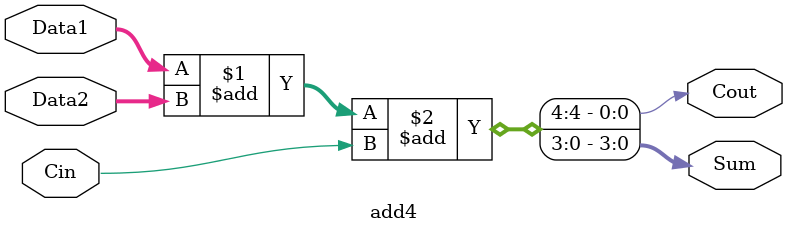
<source format=v>

module add4(                    // module name

input [3:0] Data1, Data2,       // !. Port declaration
input Cin,
output Cout,
output wire [3:0] Sum);

assign {Cout, Sum} = Data1 + Data2 + Cin;

endmodule















</source>
